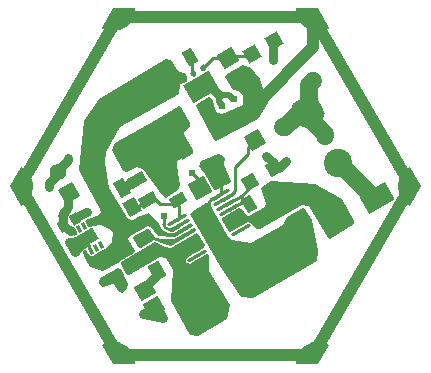
<source format=gbr>
G04*
G04 #@! TF.GenerationSoftware,Altium Limited,Altium Designer,25.8.1 (18)*
G04*
G04 Layer_Physical_Order=1*
G04 Layer_Color=255*
%FSLAX44Y44*%
%MOMM*%
G71*
G04*
G04 #@! TF.SameCoordinates,2BA1844E-35A1-40AA-B719-48A9BFBC8ED3*
G04*
G04*
G04 #@! TF.FilePolarity,Positive*
G04*
G01*
G75*
%ADD14C,0.2540*%
G04:AMPARAMS|DCode=16|XSize=0.95mm|YSize=1.45mm|CornerRadius=0mm|HoleSize=0mm|Usage=FLASHONLY|Rotation=210.000|XOffset=0mm|YOffset=0mm|HoleType=Round|Shape=Rectangle|*
%AMROTATEDRECTD16*
4,1,4,0.0489,0.8654,0.7739,-0.3904,-0.0489,-0.8654,-0.7739,0.3904,0.0489,0.8654,0.0*
%
%ADD16ROTATEDRECTD16*%

%ADD17C,0.4050*%
G04:AMPARAMS|DCode=18|XSize=0.9mm|YSize=1.3mm|CornerRadius=0mm|HoleSize=0mm|Usage=FLASHONLY|Rotation=30.000|XOffset=0mm|YOffset=0mm|HoleType=Round|Shape=Rectangle|*
%AMROTATEDRECTD18*
4,1,4,-0.0647,-0.7879,-0.7147,0.3379,0.0647,0.7879,0.7147,-0.3379,-0.0647,-0.7879,0.0*
%
%ADD18ROTATEDRECTD18*%

G04:AMPARAMS|DCode=19|XSize=0.3mm|YSize=1.89mm|CornerRadius=0mm|HoleSize=0mm|Usage=FLASHONLY|Rotation=120.000|XOffset=0mm|YOffset=0mm|HoleType=Round|Shape=Round|*
%AMOVALD19*
21,1,1.5900,0.3000,0.0000,0.0000,210.0*
1,1,0.3000,0.6885,0.3975*
1,1,0.3000,-0.6885,-0.3975*
%
%ADD19OVALD19*%

G04:AMPARAMS|DCode=20|XSize=1.1mm|YSize=2.05mm|CornerRadius=0mm|HoleSize=0mm|Usage=FLASHONLY|Rotation=300.000|XOffset=0mm|YOffset=0mm|HoleType=Round|Shape=Rectangle|*
%AMROTATEDRECTD20*
4,1,4,-1.1627,-0.0362,0.6127,0.9888,1.1627,0.0362,-0.6127,-0.9888,-1.1627,-0.0362,0.0*
%
%ADD20ROTATEDRECTD20*%

G04:AMPARAMS|DCode=21|XSize=1.1mm|YSize=2.05mm|CornerRadius=0mm|HoleSize=0mm|Usage=FLASHONLY|Rotation=30.000|XOffset=0mm|YOffset=0mm|HoleType=Round|Shape=Rectangle|*
%AMROTATEDRECTD21*
4,1,4,0.0362,-1.1627,-0.9888,0.6127,-0.0362,1.1627,0.9888,-0.6127,0.0362,-1.1627,0.0*
%
%ADD21ROTATEDRECTD21*%

G04:AMPARAMS|DCode=22|XSize=1.1544mm|YSize=1.3562mm|CornerRadius=0mm|HoleSize=0mm|Usage=FLASHONLY|Rotation=120.000|XOffset=0mm|YOffset=0mm|HoleType=Round|Shape=Rectangle|*
%AMROTATEDRECTD22*
4,1,4,0.8759,-0.1608,-0.2987,-0.8389,-0.8759,0.1608,0.2987,0.8389,0.8759,-0.1608,0.0*
%
%ADD22ROTATEDRECTD22*%

G04:AMPARAMS|DCode=23|XSize=1.35mm|YSize=1.15mm|CornerRadius=0mm|HoleSize=0mm|Usage=FLASHONLY|Rotation=300.000|XOffset=0mm|YOffset=0mm|HoleType=Round|Shape=Rectangle|*
%AMROTATEDRECTD23*
4,1,4,-0.8355,0.2971,0.1605,0.8721,0.8355,-0.2971,-0.1605,-0.8721,-0.8355,0.2971,0.0*
%
%ADD23ROTATEDRECTD23*%

G04:AMPARAMS|DCode=24|XSize=0.92mm|YSize=0.74mm|CornerRadius=0mm|HoleSize=0mm|Usage=FLASHONLY|Rotation=30.000|XOffset=0mm|YOffset=0mm|HoleType=Round|Shape=Rectangle|*
%AMROTATEDRECTD24*
4,1,4,-0.2134,-0.5504,-0.5834,0.0904,0.2134,0.5504,0.5834,-0.0904,-0.2134,-0.5504,0.0*
%
%ADD24ROTATEDRECTD24*%

G04:AMPARAMS|DCode=25|XSize=0.6mm|YSize=0.3mm|CornerRadius=0mm|HoleSize=0mm|Usage=FLASHONLY|Rotation=120.000|XOffset=0mm|YOffset=0mm|HoleType=Round|Shape=Rectangle|*
%AMROTATEDRECTD25*
4,1,4,0.2799,-0.1848,0.0201,-0.3348,-0.2799,0.1848,-0.0201,0.3348,0.2799,-0.1848,0.0*
%
%ADD25ROTATEDRECTD25*%

G04:AMPARAMS|DCode=26|XSize=0.95mm|YSize=1.45mm|CornerRadius=0mm|HoleSize=0mm|Usage=FLASHONLY|Rotation=120.000|XOffset=0mm|YOffset=0mm|HoleType=Round|Shape=Rectangle|*
%AMROTATEDRECTD26*
4,1,4,0.8654,-0.0489,-0.3904,-0.7739,-0.8654,0.0489,0.3904,0.7739,0.8654,-0.0489,0.0*
%
%ADD26ROTATEDRECTD26*%

G04:AMPARAMS|DCode=27|XSize=1.76mm|YSize=2.95mm|CornerRadius=0mm|HoleSize=0mm|Usage=FLASHONLY|Rotation=30.000|XOffset=0mm|YOffset=0mm|HoleType=Round|Shape=Rectangle|*
%AMROTATEDRECTD27*
4,1,4,-0.0246,-1.7174,-1.4996,0.8374,0.0246,1.7174,1.4996,-0.8374,-0.0246,-1.7174,0.0*
%
%ADD27ROTATEDRECTD27*%

G04:AMPARAMS|DCode=28|XSize=3.2mm|YSize=2.85mm|CornerRadius=0mm|HoleSize=0mm|Usage=FLASHONLY|Rotation=120.000|XOffset=0mm|YOffset=0mm|HoleType=Round|Shape=Rectangle|*
%AMROTATEDRECTD28*
4,1,4,2.0341,-0.6731,-0.4341,-2.0981,-2.0341,0.6731,0.4341,2.0981,2.0341,-0.6731,0.0*
%
%ADD28ROTATEDRECTD28*%

G04:AMPARAMS|DCode=29|XSize=1.45mm|YSize=1.05mm|CornerRadius=0mm|HoleSize=0mm|Usage=FLASHONLY|Rotation=120.000|XOffset=0mm|YOffset=0mm|HoleType=Round|Shape=Rectangle|*
%AMROTATEDRECTD29*
4,1,4,0.8172,-0.3654,-0.0922,-0.8904,-0.8172,0.3654,0.0922,0.8904,0.8172,-0.3654,0.0*
%
%ADD29ROTATEDRECTD29*%

G04:AMPARAMS|DCode=30|XSize=1.35mm|YSize=1.05mm|CornerRadius=0mm|HoleSize=0mm|Usage=FLASHONLY|Rotation=210.000|XOffset=0mm|YOffset=0mm|HoleType=Round|Shape=Rectangle|*
%AMROTATEDRECTD30*
4,1,4,0.3221,0.7922,0.8471,-0.1172,-0.3221,-0.7922,-0.8471,0.1172,0.3221,0.7922,0.0*
%
%ADD30ROTATEDRECTD30*%

%ADD31P,1.6971X4X255.0*%
%ADD32P,1.6264X4X75.0*%
%ADD33P,2.1920X4X165.0*%
G04:AMPARAMS|DCode=34|XSize=1.45mm|YSize=1.35mm|CornerRadius=0mm|HoleSize=0mm|Usage=FLASHONLY|Rotation=30.000|XOffset=0mm|YOffset=0mm|HoleType=Round|Shape=Rectangle|*
%AMROTATEDRECTD34*
4,1,4,-0.2904,-0.9471,-0.9654,0.2221,0.2904,0.9471,0.9654,-0.2221,-0.2904,-0.9471,0.0*
%
%ADD34ROTATEDRECTD34*%

G04:AMPARAMS|DCode=35|XSize=1.75mm|YSize=2.5mm|CornerRadius=0mm|HoleSize=0mm|Usage=FLASHONLY|Rotation=120.000|XOffset=0mm|YOffset=0mm|HoleType=Round|Shape=Rectangle|*
%AMROTATEDRECTD35*
4,1,4,1.5200,-0.1328,-0.6450,-1.3828,-1.5200,0.1328,0.6450,1.3828,1.5200,-0.1328,0.0*
%
%ADD35ROTATEDRECTD35*%

G04:AMPARAMS|DCode=36|XSize=0.9049mm|YSize=1.3082mm|CornerRadius=0mm|HoleSize=0mm|Usage=FLASHONLY|Rotation=120.000|XOffset=0mm|YOffset=0mm|HoleType=Round|Shape=Rectangle|*
%AMROTATEDRECTD36*
4,1,4,0.7927,-0.0648,-0.3403,-0.7189,-0.7927,0.0648,0.3403,0.7189,0.7927,-0.0648,0.0*
%
%ADD36ROTATEDRECTD36*%

G04:AMPARAMS|DCode=37|XSize=0.92mm|YSize=0.74mm|CornerRadius=0mm|HoleSize=0mm|Usage=FLASHONLY|Rotation=120.000|XOffset=0mm|YOffset=0mm|HoleType=Round|Shape=Rectangle|*
%AMROTATEDRECTD37*
4,1,4,0.5504,-0.2134,-0.0904,-0.5834,-0.5504,0.2134,0.0904,0.5834,0.5504,-0.2134,0.0*
%
%ADD37ROTATEDRECTD37*%

G04:AMPARAMS|DCode=38|XSize=1.65mm|YSize=1.1mm|CornerRadius=0mm|HoleSize=0mm|Usage=FLASHONLY|Rotation=210.000|XOffset=0mm|YOffset=0mm|HoleType=Round|Shape=Rectangle|*
%AMROTATEDRECTD38*
4,1,4,0.4395,0.8888,0.9895,-0.0638,-0.4395,-0.8888,-0.9895,0.0638,0.4395,0.8888,0.0*
%
%ADD38ROTATEDRECTD38*%

G04:AMPARAMS|DCode=39|XSize=1.7mm|YSize=2.5mm|CornerRadius=0mm|HoleSize=0mm|Usage=FLASHONLY|Rotation=300.000|XOffset=0mm|YOffset=0mm|HoleType=Round|Shape=Rectangle|*
%AMROTATEDRECTD39*
4,1,4,-1.5075,0.1111,0.6575,1.3611,1.5075,-0.1111,-0.6575,-1.3611,-1.5075,0.1111,0.0*
%
%ADD39ROTATEDRECTD39*%

%ADD40P,1.9757X4X255.0*%
G04:AMPARAMS|DCode=41|XSize=1.3546mm|YSize=1.4621mm|CornerRadius=0mm|HoleSize=0mm|Usage=FLASHONLY|Rotation=120.000|XOffset=0mm|YOffset=0mm|HoleType=Round|Shape=Rectangle|*
%AMROTATEDRECTD41*
4,1,4,0.9718,-0.2210,-0.2945,-0.9521,-0.9718,0.2210,0.2945,0.9521,0.9718,-0.2210,0.0*
%
%ADD41ROTATEDRECTD41*%

G04:AMPARAMS|DCode=42|XSize=1mm|YSize=1mm|CornerRadius=0.5mm|HoleSize=0mm|Usage=FLASHONLY|Rotation=300.000|XOffset=0mm|YOffset=0mm|HoleType=Round|Shape=RoundedRectangle|*
%AMROUNDEDRECTD42*
21,1,1.0000,0.0000,0,0,300.0*
21,1,0.0000,1.0000,0,0,300.0*
1,1,1.0000,0.0000,0.0000*
1,1,1.0000,0.0000,0.0000*
1,1,1.0000,0.0000,0.0000*
1,1,1.0000,0.0000,0.0000*
%
%ADD42ROUNDEDRECTD42*%
G04:AMPARAMS|DCode=43|XSize=1mm|YSize=1mm|CornerRadius=0.5mm|HoleSize=0mm|Usage=FLASHONLY|Rotation=180.000|XOffset=0mm|YOffset=0mm|HoleType=Round|Shape=RoundedRectangle|*
%AMROUNDEDRECTD43*
21,1,1.0000,0.0000,0,0,180.0*
21,1,0.0000,1.0000,0,0,180.0*
1,1,1.0000,0.0000,0.0000*
1,1,1.0000,0.0000,0.0000*
1,1,1.0000,0.0000,0.0000*
1,1,1.0000,0.0000,0.0000*
%
%ADD43ROUNDEDRECTD43*%
G04:AMPARAMS|DCode=44|XSize=1mm|YSize=1mm|CornerRadius=0.5mm|HoleSize=0mm|Usage=FLASHONLY|Rotation=240.000|XOffset=0mm|YOffset=0mm|HoleType=Round|Shape=RoundedRectangle|*
%AMROUNDEDRECTD44*
21,1,1.0000,0.0000,0,0,240.0*
21,1,0.0000,1.0000,0,0,240.0*
1,1,1.0000,0.0000,0.0000*
1,1,1.0000,0.0000,0.0000*
1,1,1.0000,0.0000,0.0000*
1,1,1.0000,0.0000,0.0000*
%
%ADD44ROUNDEDRECTD44*%
%ADD45C,1.3900*%
%ADD46P,1.9658X4X165.0*%
G04:AMPARAMS|DCode=47|XSize=2.4mm|YSize=2.4mm|CornerRadius=0.6mm|HoleSize=0mm|Usage=FLASHONLY|Rotation=300.000|XOffset=0mm|YOffset=0mm|HoleType=Round|Shape=RoundedRectangle|*
%AMROUNDEDRECTD47*
21,1,2.4000,1.2000,0,0,300.0*
21,1,1.2000,2.4000,0,0,300.0*
1,1,1.2000,-0.2196,-0.8196*
1,1,1.2000,-0.8196,0.2196*
1,1,1.2000,0.2196,0.8196*
1,1,1.2000,0.8196,-0.2196*
%
%ADD47ROUNDEDRECTD47*%
%ADD48C,2.4000*%
%ADD49C,0.6096*%
%ADD50C,1.2700*%
%ADD51C,0.5000*%
%ADD52C,0.7620*%
%ADD53C,0.6457*%
%ADD54C,0.4460*%
%ADD55C,1.0257*%
%ADD56C,1.5240*%
%ADD57C,1.0160*%
%ADD58C,0.5080*%
G36*
X86890Y150530D02*
X96320Y134242D01*
X94901Y133371D01*
X91798Y132162D01*
X88529Y131525D01*
X85200Y131480D01*
X81915Y132029D01*
X78781Y133154D01*
X75897Y134819D01*
X73355Y136971D01*
X71238Y139541D01*
X69612Y142448D01*
X68529Y145597D01*
X68025Y148888D01*
X68069Y150553D01*
Y150553D01*
X86890Y150530D01*
D02*
G37*
G36*
X-68025Y148888D02*
X-68529Y145597D01*
X-69612Y142448D01*
X-71238Y139541D01*
X-73355Y136971D01*
X-75897Y134819D01*
X-78781Y133154D01*
X-81915Y132029D01*
X-85200Y131480D01*
X-88529Y131525D01*
X-91798Y132162D01*
X-94901Y133371D01*
X-96320Y134242D01*
Y134242D01*
X-86890Y150530D01*
X-68069Y150553D01*
X-68025Y148888D01*
D02*
G37*
G36*
X-8229Y100937D02*
X-8005Y100549D01*
X-7888Y99662D01*
X-8120Y98797D01*
X-8665Y98087D01*
X-9052Y97863D01*
X-9440Y97640D01*
X-10327Y97523D01*
X-11192Y97754D01*
X-11902Y98299D01*
X-12126Y98687D01*
Y98687D01*
X-13501Y101068D01*
X-9604Y103318D01*
X-8229Y100937D01*
D02*
G37*
G36*
X-16456Y96187D02*
X-16232Y95799D01*
X-16115Y94912D01*
X-16347Y94047D01*
X-16892Y93337D01*
X-17279Y93113D01*
X-17667Y92889D01*
X-18555Y92773D01*
X-19419Y93004D01*
X-20129Y93549D01*
X-20353Y93937D01*
Y93937D01*
X-21728Y96318D01*
X-17831Y98568D01*
X-16456Y96187D01*
D02*
G37*
G36*
X3587Y79786D02*
X4297Y79241D01*
X4521Y78853D01*
X4521D01*
X5896Y76472D01*
X1999Y74222D01*
X624Y76603D01*
X400Y76991D01*
X283Y77878D01*
X515Y78743D01*
X1060Y79453D01*
X1448Y79677D01*
X1835Y79900D01*
X2723Y80017D01*
X3587Y79786D01*
D02*
G37*
G36*
X29950Y100311D02*
X37797Y91080D01*
X44641Y70546D01*
X35996Y57324D01*
X453Y38565D01*
X-1454Y39280D01*
X-16510Y68072D01*
X-16002Y69850D01*
X-5839Y75583D01*
X-3862Y75033D01*
X-2286Y71882D01*
X254Y63246D01*
X5908Y61034D01*
X23114Y68746D01*
Y76302D01*
X20066Y80772D01*
X14478Y81788D01*
X8128Y92202D01*
X9750Y95099D01*
X23114Y102362D01*
X29950Y100311D01*
D02*
G37*
G36*
X5334Y26670D02*
X7620Y23876D01*
X6911Y17704D01*
X13284Y4880D01*
X12378Y3159D01*
X9262Y1441D01*
X7513Y2474D01*
Y5107D01*
X7316Y6098D01*
X6754Y6938D01*
X4444Y9249D01*
X3603Y9811D01*
X2612Y10008D01*
X1621Y9811D01*
X781Y9249D01*
X220Y8409D01*
X22Y7418D01*
X220Y6427D01*
X781Y5587D01*
X2333Y4035D01*
Y-2383D01*
X396Y-3451D01*
X-1016Y-3048D01*
X-8971Y10477D01*
X-12691Y14254D01*
X-13756Y17332D01*
X-12446Y21590D01*
X2286Y27686D01*
X5334Y26670D01*
D02*
G37*
G36*
X-29464Y67310D02*
X-24892Y59182D01*
X-21336Y53848D01*
X-21463Y51181D01*
X-25908Y46736D01*
X-26924Y43942D01*
X-25146Y40640D01*
X-19050Y30988D01*
X-19257Y28795D01*
X-32272Y21414D01*
X-33020Y17018D01*
X-30002Y982D01*
X-31397Y-3552D01*
X-42164Y-9652D01*
X-45690Y-7799D01*
X-61316Y14925D01*
X-66802Y16002D01*
X-74676Y12192D01*
X-78486Y12700D01*
X-87756Y30352D01*
X-85344Y36576D01*
X-50800Y56134D01*
X-31242Y68072D01*
X-29464Y67310D01*
D02*
G37*
G36*
X173778Y0D02*
X164387Y-16311D01*
X162923Y-15517D01*
X160324Y-13434D01*
X158138Y-10922D01*
X156435Y-8061D01*
X155268Y-4942D01*
X154675Y-1665D01*
Y1665D01*
X155268Y4942D01*
X156435Y8061D01*
X158138Y10922D01*
X160324Y13434D01*
X162923Y15517D01*
X164387Y16310D01*
X164387D01*
X173778Y0D01*
D02*
G37*
G36*
X-162923Y15517D02*
X-160324Y13434D01*
X-158139Y10922D01*
X-156435Y8061D01*
X-155268Y4942D01*
X-154675Y1665D01*
Y-1665D01*
X-155268Y-4942D01*
X-156435Y-8061D01*
X-158139Y-10922D01*
X-160324Y-13434D01*
X-162923Y-15517D01*
X-164387Y-16311D01*
Y-16310D01*
X-173778Y0D01*
X-164387Y16310D01*
X-162923Y15517D01*
D02*
G37*
G36*
X-37477Y106615D02*
X-32078Y97874D01*
X-25301Y95222D01*
X-23759Y92279D01*
X-24542Y88366D01*
X-24714Y88266D01*
X-29922Y86426D01*
X-31197Y78318D01*
X-81280Y50292D01*
X-92978Y29335D01*
X-93691Y19893D01*
X-89850Y-1552D01*
X-74422Y-27432D01*
X-69596Y-28448D01*
X-64008Y-24892D01*
X-56388Y-22606D01*
X-49022Y-30480D01*
X-45416Y-36791D01*
X-40528Y-39920D01*
X-35036Y-39344D01*
X-20992Y-31262D01*
X-19857Y-31566D01*
X-19165Y-33167D01*
X-19524Y-34089D01*
X-34452Y-42783D01*
X-48480Y-42375D01*
X-55047Y-34439D01*
X-57150Y-33782D01*
X-72644Y-41910D01*
X-74025Y-44492D01*
X-68580Y-54864D01*
X-68710Y-55903D01*
X-80454Y-62824D01*
X-80581Y-62993D01*
X-81026Y-63246D01*
X-82434Y-64883D01*
X-95013Y-71819D01*
X-106468Y-68304D01*
X-110490Y-60706D01*
X-112522Y-55880D01*
Y-55343D01*
X-112412Y-55163D01*
X-112395Y-55184D01*
X-112380Y-55178D01*
X-112368Y-55148D01*
X-112387Y-55136D01*
X-111229Y-54218D01*
X-109982Y-53594D01*
X-109289Y-53940D01*
X-107073Y-58097D01*
X-106168Y-58549D01*
X-105612Y-59511D01*
X-101282Y-57011D01*
Y-57011D01*
X-98575Y-55449D01*
X-93288Y-52749D01*
X-92613Y-52006D01*
X-92154Y-51741D01*
X-92239Y-51595D01*
X-87994Y-46926D01*
X-86993Y-39418D01*
X-88286Y-37027D01*
X-96567Y-33167D01*
X-103545Y-33511D01*
X-103574Y-33462D01*
X-103669Y-33517D01*
X-103886Y-33528D01*
X-106680Y-34798D01*
X-107582Y-34439D01*
X-110490Y-29464D01*
X-109982Y-28448D01*
X-98933Y-24511D01*
X-97253Y-21844D01*
X-97814Y-19412D01*
X-113227Y9087D01*
X-115908Y14045D01*
X-111286Y55021D01*
X-98778Y73550D01*
X-42164Y107442D01*
X-37477Y106615D01*
D02*
G37*
G36*
X-17275Y-35623D02*
X-16302Y-36834D01*
Y-38143D01*
X-37849Y-50353D01*
X-43270Y-49231D01*
X-49276Y-46228D01*
X-50439Y-46015D01*
X-50577Y-45946D01*
X-50727Y-45935D01*
X-50848Y-45844D01*
X-51142Y-45886D01*
X-52047Y-45720D01*
X-63196Y-52070D01*
X-64589D01*
X-69562Y-43366D01*
X-69112Y-42466D01*
X-57437Y-35844D01*
X-56388Y-36322D01*
X-52065Y-41910D01*
X-50038Y-43567D01*
X-44958Y-44450D01*
X-36322D01*
X-33489Y-44167D01*
X-18267Y-35375D01*
X-17275Y-35623D01*
D02*
G37*
G36*
X84582Y1719D02*
X107188Y-11176D01*
X117602Y-29210D01*
Y-32309D01*
X97133Y-44554D01*
X94993Y-43814D01*
X78994Y-17018D01*
X73113Y-16089D01*
X37722Y-36421D01*
X35405D01*
X31496Y-32512D01*
X30956Y-32227D01*
X30872Y-31981D01*
X30145Y-31152D01*
X29157Y-30665D01*
X28057Y-30593D01*
X27936Y-30634D01*
X27704Y-30512D01*
X12521Y-39116D01*
X11205D01*
X5080Y-28448D01*
X5870Y-26951D01*
X20247Y-18424D01*
X22417Y-18882D01*
X25859Y-24733D01*
X27578Y-24864D01*
X27618Y-24933D01*
X27719Y-24875D01*
X28618Y-24944D01*
X42164Y-17526D01*
X42672Y-14478D01*
X38608Y-2577D01*
X39116Y-254D01*
X47042Y4286D01*
X84582Y1719D01*
D02*
G37*
G36*
X-14897Y-40157D02*
X-9269Y-49927D01*
X-9792Y-52197D01*
X-23562Y-60147D01*
X-24390Y-60873D01*
X-24878Y-61862D01*
X-24950Y-62961D01*
X-24596Y-64005D01*
X-23869Y-64833D01*
X-22881Y-65321D01*
X-21781Y-65393D01*
X-20738Y-65039D01*
X-7620Y-57465D01*
X-5914Y-58228D01*
X-5588Y-58581D01*
X-5588Y-71526D01*
X12246Y-100656D01*
X9364Y-112064D01*
X-14844Y-127000D01*
X-21816Y-126148D01*
X-37963Y-97441D01*
X-36358Y-70706D01*
X-42333Y-60367D01*
X-46696Y-59470D01*
X-57023Y-65405D01*
X-73528Y-74890D01*
X-75656Y-74275D01*
X-80264Y-65786D01*
X-79756Y-64008D01*
X-51191Y-47175D01*
X-42926Y-51308D01*
X-37976Y-52271D01*
X-16002Y-39878D01*
X-14897Y-40157D01*
D02*
G37*
G36*
X-80088Y-70216D02*
X-73914Y-83058D01*
X-74676Y-87122D01*
X-79153Y-90106D01*
X-82296Y-88392D01*
X-85598Y-83058D01*
X-87574Y-82551D01*
X-95250Y-85598D01*
X-98044Y-83820D01*
X-98806Y-80772D01*
X-98044Y-77470D01*
X-82172Y-69349D01*
X-80088Y-70216D01*
D02*
G37*
G36*
X10068Y-41280D02*
X14112Y-45324D01*
X29972Y-48260D01*
X57396Y-32645D01*
X60846Y-26058D01*
X74083Y-18255D01*
X74815Y-18255D01*
X81280Y-28448D01*
X87157Y-54673D01*
X86003Y-63541D01*
X32070Y-94931D01*
X21216Y-93357D01*
X3983Y-67649D01*
X-21541Y-23879D01*
X-20135Y-21535D01*
X-7841Y-14478D01*
X-5567D01*
X10068Y-41280D01*
D02*
G37*
G36*
X88529Y-131525D02*
X91798Y-132162D01*
X94901Y-133371D01*
X96320Y-134242D01*
X86890Y-150530D01*
X68069Y-150553D01*
X68025Y-148889D01*
X68529Y-145597D01*
X69612Y-142448D01*
X71238Y-139541D01*
X73355Y-136971D01*
X75897Y-134819D01*
X78781Y-133154D01*
X81915Y-132029D01*
X85200Y-131481D01*
X88529Y-131525D01*
D02*
G37*
G36*
X-81915Y-132029D02*
X-78781Y-133154D01*
X-75897Y-134819D01*
X-73355Y-136971D01*
X-71238Y-139541D01*
X-69612Y-142448D01*
X-68529Y-145597D01*
X-68025Y-148889D01*
X-68069Y-150553D01*
X-86890Y-150530D01*
X-96320Y-134242D01*
X-94901Y-133371D01*
X-91798Y-132162D01*
X-88529Y-131525D01*
X-85200Y-131481D01*
X-81915Y-132029D01*
D02*
G37*
D14*
X20602Y-9184D02*
G03*
X21179Y-8752I-1219J2228D01*
G01*
X-43687Y-32423D02*
G03*
X-40079Y-36299I4038J141D01*
G01*
X-59548Y-11391D02*
X-50596D01*
X-33246Y-14406D02*
X-31300Y-16353D01*
X-37198Y-14406D02*
X-33246D01*
X-47351Y-14635D02*
X-37427D01*
X-50596Y-11391D02*
X-47351Y-14635D01*
X-37427D02*
X-37198Y-14406D01*
X-31300Y-26842D02*
Y-16353D01*
X-32765Y-28307D02*
X-31300Y-26842D01*
X-108433Y-44085D02*
X-108284Y-48884D01*
X-106014Y-52815D01*
X-105348Y-54429D01*
X29659Y110464D02*
X31293Y112098D01*
X12365Y110464D02*
X29659D01*
X10463Y108562D02*
X12365Y110464D01*
X27750Y33338D02*
X33274Y38862D01*
X-28448Y-37338D02*
X-28077Y-36967D01*
X-27765D01*
X59880Y21336D02*
X60706D01*
X49292Y15527D02*
X54071D01*
X42926Y25877D02*
Y25908D01*
X49292Y15527D02*
Y19512D01*
X-12030Y84020D02*
X-3889D01*
X15040Y73660D02*
X16002D01*
X5842Y68072D02*
Y68454D01*
X-109357Y-22218D02*
X-108677Y-21538D01*
X13426Y-7412D02*
X16510Y-4328D01*
X6541Y-11387D02*
X13426Y-7412D01*
X16510Y16510D02*
X27750Y27750D01*
X16510Y-4328D02*
Y16510D01*
X2612Y7418D02*
X4923Y5107D01*
Y-2774D02*
X5018Y-2869D01*
Y-6080D02*
Y-2869D01*
X4923Y-2774D02*
Y5107D01*
X4041Y-7057D02*
X5018Y-6080D01*
X-2158Y-11120D02*
X4041Y-7057D01*
X-3500Y-11120D02*
X-2158D01*
X-2158Y-11120D01*
X-5892Y-13512D02*
X-3500Y-11120D01*
X-5892Y-20104D02*
Y-13512D01*
X-6349Y-20561D02*
X-5892Y-20104D01*
X-70956Y-17159D02*
X-65316D01*
X-59548Y-11391D01*
X-18637Y95464D02*
Y95872D01*
X-20170Y97406D02*
X-18637Y95872D01*
X-20170Y97406D02*
Y107665D01*
X-21599Y109095D02*
X-20170Y107665D01*
X-10302Y100028D02*
Y100437D01*
X-8093Y102646D01*
X-7889Y102442D02*
X-1769Y108562D01*
X10463D01*
X27750Y27750D02*
Y33338D01*
X9041Y-15717D02*
X15926Y-11742D01*
X20602Y-9184D01*
X21179Y-8752D02*
X28940Y-991D01*
Y3777D01*
X23683Y-13037D02*
X28730Y-15319D01*
X18426Y-16072D02*
X23683Y-13037D01*
X11541Y-20047D02*
X18426Y-16072D01*
X-13409Y-1832D02*
Y4320D01*
X-20066Y10977D02*
X-13409Y4320D01*
X-20066Y10977D02*
Y11176D01*
X-43942Y-25146D02*
X-43687Y-32423D01*
X-40079Y-36299D02*
X-37150Y-36612D01*
X-30265Y-32637D01*
D16*
X-78840Y-1503D02*
D03*
X-95727Y-11253D02*
D03*
D17*
X-26864Y90714D02*
D03*
X2805Y77326D02*
D03*
X-13757Y68012D02*
D03*
X-5422Y72576D02*
D03*
X-10302Y100028D02*
D03*
X-18637Y95464D02*
D03*
D18*
X-39785Y98595D02*
D03*
X46917Y-4819D02*
D03*
X-21599Y109095D02*
D03*
X28730Y-15319D02*
D03*
D19*
X-27765Y-36967D02*
D03*
X-32765Y-28307D02*
D03*
X4041Y-7057D02*
D03*
X-30265Y-32637D02*
D03*
X-25265Y-41297D02*
D03*
X-22765Y-45627D02*
D03*
X-20265Y-49958D02*
D03*
X-17765Y-54288D02*
D03*
X-15265Y-58618D02*
D03*
X6541Y-11387D02*
D03*
X9041Y-15717D02*
D03*
X11541Y-20047D02*
D03*
X14041Y-24377D02*
D03*
X16541Y-28708D02*
D03*
X19041Y-33038D02*
D03*
X21541Y-37368D02*
D03*
D20*
X-53157Y86256D02*
D03*
X-78705Y71505D02*
D03*
X58609Y-54072D02*
D03*
X-36657Y57677D02*
D03*
X-62205Y42927D02*
D03*
X42109Y-25493D02*
D03*
D21*
X-103189Y13340D02*
D03*
X-28767Y33914D02*
D03*
X-74611Y29840D02*
D03*
X-189Y50414D02*
D03*
D22*
X-77879Y-54587D02*
D03*
X-71120Y-66294D02*
D03*
D23*
X-83513Y-24409D02*
D03*
X-70956Y-17159D02*
D03*
D24*
X-92508Y-66005D02*
D03*
X-86308Y-76743D02*
D03*
D25*
X-107188Y-31242D02*
D03*
X-109678Y-56929D02*
D03*
X-105348Y-54429D02*
D03*
X-101018Y-51929D02*
D03*
X-96688Y-49429D02*
D03*
X-111518Y-33742D02*
D03*
X-115848Y-36242D02*
D03*
X-120178Y-38742D02*
D03*
D26*
X-66715Y5497D02*
D03*
X-56965Y-11391D02*
D03*
D27*
X-5612Y-32837D02*
D03*
D28*
X-16912Y-103142D02*
D03*
X34184Y-73642D02*
D03*
D29*
X-33170Y-62605D02*
D03*
X-49192Y-71855D02*
D03*
D30*
X-53136Y-56523D02*
D03*
X-60386Y-43965D02*
D03*
D31*
X49479Y122598D02*
D03*
X31293Y112098D02*
D03*
D32*
X49292Y15527D02*
D03*
X28940Y3777D02*
D03*
D33*
X2612Y7418D02*
D03*
X-13409Y-1832D02*
D03*
D34*
X71269Y-27999D02*
D03*
X-51755Y-102395D02*
D03*
X63019Y-13709D02*
D03*
X-60005Y-88105D02*
D03*
D35*
X-12030Y84020D02*
D03*
D36*
X-39817Y2362D02*
D03*
X-31811Y-11506D02*
D03*
D37*
X-118801Y-27582D02*
D03*
X-129540Y-33782D02*
D03*
D38*
X-108433Y-44085D02*
D03*
D39*
X101679Y-29500D02*
D03*
X136320Y-9500D02*
D03*
D40*
X33274Y38862D02*
D03*
D41*
X20221Y91661D02*
D03*
X10463Y108562D02*
D03*
D42*
X82601Y-143101D02*
D03*
X-82601Y143101D02*
D03*
D43*
X-165199Y0D02*
D03*
X165199D02*
D03*
D44*
X-82601Y-143101D02*
D03*
X82601Y143101D02*
D03*
D45*
X-133698Y11987D02*
D03*
D46*
X-123698Y-5334D02*
D03*
D47*
X78019Y63997D02*
D03*
D48*
X103419Y20003D02*
D03*
D49*
X-59690Y28956D02*
D03*
X-37592Y13970D02*
D03*
X21082Y-86360D02*
D03*
X13462Y-74676D02*
D03*
X48514Y107188D02*
D03*
X-79248Y-85090D02*
D03*
X-61468Y-108204D02*
D03*
X16002Y73660D02*
D03*
X5842Y68072D02*
D03*
X42926Y25908D02*
D03*
X60706Y21336D02*
D03*
X2286Y22860D02*
D03*
X-8890Y16764D02*
D03*
X-50292Y7874D02*
D03*
X-41656Y22606D02*
D03*
X-55372Y16256D02*
D03*
X-48514Y33274D02*
D03*
X-124968Y23622D02*
D03*
X-141224Y-254D02*
D03*
X-108677Y-21538D02*
D03*
X-118618Y-55372D02*
D03*
X-123698Y-47244D02*
D03*
X-93980Y-81026D02*
D03*
X39624Y-63500D02*
D03*
X44958Y-73914D02*
D03*
X33274Y-80518D02*
D03*
X27686Y-68834D02*
D03*
X78994Y-54864D02*
D03*
X46736Y-45466D02*
D03*
X77470Y-38100D02*
D03*
X33782Y-52070D02*
D03*
X70104Y-62484D02*
D03*
X56642Y-69088D02*
D03*
X58166Y-39878D02*
D03*
X21590Y-57912D02*
D03*
X10160Y-63754D02*
D03*
X8890Y-49530D02*
D03*
X1016Y-53594D02*
D03*
X-44196Y-111506D02*
D03*
X-20066Y11176D02*
D03*
X-43942Y-25146D02*
D03*
D50*
X82550Y88900D02*
D03*
X92710Y42418D02*
D03*
X57404Y49784D02*
D03*
D51*
X4651Y-39614D02*
D03*
X-4875Y-45114D02*
D03*
X-849Y-30087D02*
D03*
X-10375Y-35587D02*
D03*
X-6349Y-20561D02*
D03*
X-15875Y-26061D02*
D03*
D52*
X-128319Y-22334D02*
G03*
X-129385Y-25355I4014J-3114D01*
G01*
X-119877Y-47169D02*
G03*
X-118130Y-46822I-101J5079D01*
G01*
X-115634Y-51100D02*
G03*
X-116806Y-52422I3157J-3980D01*
G01*
X-128319Y-22334D02*
X-124664Y-17623D01*
X-129540Y-33782D02*
X-129385Y-25355D01*
X-129540Y-33782D02*
X-122674Y-37579D01*
X-123698Y-47244D02*
X-119877Y-47169D01*
X-118130Y-46822D02*
X-113123Y-44842D01*
X-112407Y-48541D02*
X-111433Y-47769D01*
X-115634Y-51100D02*
X-112407Y-48541D01*
X-119435Y-54065D02*
X-118618Y-55372D01*
X-122659Y-48907D02*
X-119435Y-54065D01*
X48514Y107188D02*
X48861Y107535D01*
Y121980D01*
X49479Y122598D01*
X-141224Y-254D02*
Y2761D01*
X-133698Y10287D01*
Y11987D01*
X-124968Y22416D02*
Y23622D01*
X-133698Y13686D02*
X-124968Y22416D01*
X-133698Y11987D02*
Y13686D01*
X-124664Y-6300D02*
X-123698Y-5334D01*
X-124664Y-17623D02*
Y-6300D01*
X-69694Y3777D02*
X-66715Y5497D01*
X-78026Y-1033D02*
X-69694Y3777D01*
X-78840Y-1503D02*
X-78026Y-1033D01*
X-61468Y-108204D02*
X-44196Y-111506D01*
X-48520Y-104017D02*
X-44196Y-111506D01*
X-50207Y-101597D02*
X-48520Y-104017D01*
X-61468Y-108204D02*
X-53140Y-103396D01*
X-50207Y-101597D01*
X-123698Y-47244D02*
X-122659Y-48907D01*
X-118618Y-55372D02*
X-116806Y-52422D01*
X-118293Y-26058D02*
X-108677Y-21538D01*
X54071Y15527D02*
X59880Y21336D01*
X42926Y25877D02*
X49292Y19512D01*
X-3889Y84020D02*
X2805Y77326D01*
X-58457Y-87307D02*
Y-84671D01*
X-49192Y-75406D01*
Y-71855D01*
D53*
X-122674Y-37579D02*
X-121712Y-38083D01*
D54*
X-120178Y-38742D01*
D55*
X-82601Y143101D02*
X82601D01*
Y117653D02*
Y143101D01*
X-165199Y0D02*
X-82601Y143101D01*
X-165199Y0D02*
X-82601Y-143101D01*
X82601D02*
X165199Y0D01*
X-82601Y-143101D02*
X82601D01*
Y143101D02*
X165199Y0D01*
D56*
X79544Y65522D02*
Y85894D01*
X78019Y63997D02*
X79544Y65522D01*
Y85894D02*
X82550Y88900D01*
X92710Y42418D02*
Y44255D01*
X78019Y58946D02*
X92710Y44255D01*
X78019Y58946D02*
Y63997D01*
X57404Y49784D02*
X58755D01*
X72968Y63997D01*
X78019D01*
X104386Y20003D02*
X133889Y-9500D01*
D57*
X34798Y69850D02*
X82601Y117653D01*
X133889Y-9500D02*
X136320D01*
X103419Y20003D02*
X104386D01*
D58*
X11374Y77326D02*
X15040Y73660D01*
X2805Y77326D02*
X11374D01*
X2805Y71491D02*
X5842Y68454D01*
X2805Y71491D02*
Y77326D01*
M02*

</source>
